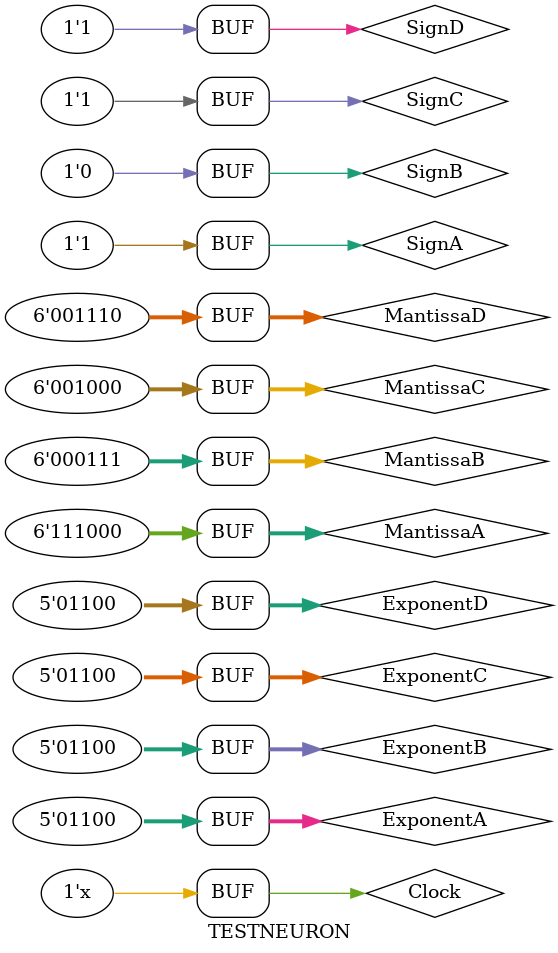
<source format=v>
`timescale 1ns / 1ps


module TESTNEURON;

	// Inputs
	reg Clock;
	reg SignA;
	reg SignB;
	reg SignC;
	reg SignD;
	reg [4:0] ExponentA;
	reg [4:0] ExponentB;
	reg [4:0] ExponentC;
	reg [4:0] ExponentD;
	reg [5:0] MantissaA;
	reg [5:0] MantissaB;
	reg [5:0] MantissaC;
	reg [5:0] MantissaD;

	// Outputs
	wire SignOut;
	wire [4:0] ExponentOut;
	wire [5:0] MantissaOut;
	wire SignOut1;
	wire [4:0] ExponentOut1;
	wire [5:0] MantissaOut1;
	wire SignOut2;
	wire [4:0] ExponentOut2;
	wire [5:0] MantissaOut2;

	// Instantiate the Unit Under Test (UUT)
	NEURON uut (
		.Clock(Clock), 
		.SignA(SignA), 
		.SignB(SignB), 
		.SignC(SignC), 
		.SignD(SignD), 
		.ExponentA(ExponentA), 
		.ExponentB(ExponentB), 
		.ExponentC(ExponentC), 
		.ExponentD(ExponentD), 
		.MantissaA(MantissaA), 
		.MantissaB(MantissaB), 
		.MantissaC(MantissaC), 
		.MantissaD(MantissaD), 
		.SignOut(SignOut), 
		.ExponentOut(ExponentOut), 
		.MantissaOut(MantissaOut), 
		.SignOut1(SignOut1), 
		.ExponentOut1(ExponentOut1), 
		.MantissaOut1(MantissaOut1), 
		.SignOut2(SignOut2), 
		.ExponentOut2(ExponentOut2), 
		.MantissaOut2(MantissaOut2)
	);

	initial begin
		// Initialize Inputs
		Clock = 0;
		SignA = 0;
		SignB = 0;
		SignC = 0;
		SignD = 0;
		ExponentA = 0;
		ExponentB = 0;
		ExponentC = 0;
		ExponentD = 0;
		MantissaA = 0;
		MantissaB = 0;
		MantissaC = 0;
		MantissaD = 0;

		// Wait 100 ns for global reset to finish
		#100;
        
		// Add stimulus here
		SignA = 1;
		SignB = 0;
		SignC = 1;
		SignD = 1;
		ExponentA = 5'b01100;
		ExponentB = 5'b01100;
		ExponentC = 5'b01100;
		ExponentD = 5'b01100;
		MantissaA = 6'b111000;
		MantissaB = 6'b000111;
		MantissaC = 6'b001000;
		MantissaD = 6'b001110;
	end
	
	always 
		#20 Clock = ! Clock;
	
	initial begin
		$monitor("Exponent A = %d, B = %d, C = %d, D = %d, Mantissa A = %d, B = %d, C = %d, D = %d, ExponentOut = %d, Out1 = %d, Out2 = %d, MantissaOut = %d, Out1 = %d, Out2 = %d \n", ExponentA, ExponentB, ExponentC, ExponentD, MantissaA, MantissaB, MantissaC, MantissaD, ExponentOut, ExponentOut1, ExponentOut2, MantissaOut, MantissaOut1, MantissaOut2);
	end
      
endmodule


</source>
